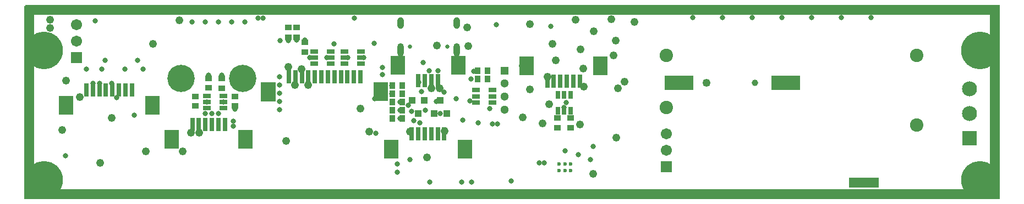
<source format=gbs>
G04*
G04 #@! TF.GenerationSoftware,Altium Limited,Altium Designer,22.9.1 (49)*
G04*
G04 Layer_Color=16711935*
%FSLAX25Y25*%
%MOIN*%
G70*
G04*
G04 #@! TF.SameCoordinates,3F8A9F32-4B6F-401C-BF37-4CBD66F0855C*
G04*
G04*
G04 #@! TF.FilePolarity,Negative*
G04*
G01*
G75*
%ADD59R,0.04343X0.03556*%
%ADD63R,0.03556X0.04343*%
%ADD75R,0.05131X0.03162*%
%ADD83R,0.03162X0.05131*%
%ADD84C,0.08123*%
%ADD85R,0.05118X0.05118*%
%ADD86C,0.05118*%
G04:AMPARAMS|DCode=87|XSize=39.37mil|YSize=70.87mil|CornerRadius=19.68mil|HoleSize=0mil|Usage=FLASHONLY|Rotation=180.000|XOffset=0mil|YOffset=0mil|HoleType=Round|Shape=RoundedRectangle|*
%AMROUNDEDRECTD87*
21,1,0.03937,0.03150,0,0,180.0*
21,1,0.00000,0.07087,0,0,180.0*
1,1,0.03937,0.00000,0.01575*
1,1,0.03937,0.00000,0.01575*
1,1,0.03937,0.00000,-0.01575*
1,1,0.03937,0.00000,-0.01575*
%
%ADD87ROUNDEDRECTD87*%
G04:AMPARAMS|DCode=88|XSize=39.37mil|YSize=82.68mil|CornerRadius=19.68mil|HoleSize=0mil|Usage=FLASHONLY|Rotation=180.000|XOffset=0mil|YOffset=0mil|HoleType=Round|Shape=RoundedRectangle|*
%AMROUNDEDRECTD88*
21,1,0.03937,0.04331,0,0,180.0*
21,1,0.00000,0.08268,0,0,180.0*
1,1,0.03937,0.00000,0.02165*
1,1,0.03937,0.00000,0.02165*
1,1,0.03937,0.00000,-0.02165*
1,1,0.03937,0.00000,-0.02165*
%
%ADD88ROUNDEDRECTD88*%
%ADD89C,0.02559*%
%ADD90C,0.06706*%
%ADD91R,0.06706X0.06706*%
%ADD92C,0.16548*%
%ADD93C,0.04921*%
%ADD94C,0.03937*%
%ADD95R,0.09068X0.09068*%
%ADD96C,0.09068*%
%ADD97C,0.03162*%
%ADD98C,0.04800*%
%ADD99C,0.02362*%
%ADD100C,0.22847*%
%ADD115R,0.17717X0.09055*%
%ADD117R,0.03162X0.08280*%
%ADD118R,0.09068X0.11824*%
%ADD119R,0.03950X0.04343*%
G36*
X694009Y137527D02*
X693991Y137509D01*
X103009D01*
Y254856D01*
X103471Y255047D01*
X103491Y255027D01*
X103698Y255527D01*
X694009D01*
Y137527D01*
D02*
G37*
%LPC*%
G36*
X687870Y249527D02*
X687852Y249509D01*
X109009D01*
Y143509D01*
X109027Y143527D01*
X687870D01*
Y249527D01*
D02*
G37*
%LPD*%
G36*
X255037Y208657D02*
X255088Y208647D01*
X255138Y208630D01*
X255185Y208607D01*
X255228Y208578D01*
X255268Y208543D01*
X255302Y208504D01*
X255331Y208460D01*
X255355Y208413D01*
X255371Y208364D01*
X255382Y208312D01*
X255385Y208260D01*
Y197236D01*
X255382Y197184D01*
X255371Y197133D01*
X255355Y197083D01*
X255331Y197036D01*
X255302Y196992D01*
X255268Y196953D01*
X255228Y196918D01*
X255185Y196889D01*
X255138Y196866D01*
X255088Y196849D01*
X255037Y196839D01*
X254984Y196835D01*
X246717D01*
X246664Y196839D01*
X246613Y196849D01*
X246563Y196866D01*
X246516Y196889D01*
X246473Y196918D01*
X246433Y196953D01*
X246398Y196992D01*
X246369Y197036D01*
X246346Y197083D01*
X246329Y197133D01*
X246319Y197184D01*
X246316Y197236D01*
Y208260D01*
X246319Y208312D01*
X246329Y208364D01*
X246346Y208413D01*
X246369Y208460D01*
X246398Y208504D01*
X246433Y208543D01*
X246473Y208578D01*
X246516Y208607D01*
X246563Y208630D01*
X246613Y208647D01*
X246664Y208657D01*
X246717Y208661D01*
X254984D01*
X255037Y208657D01*
D02*
G37*
G36*
X620700Y144500D02*
X602700D01*
Y150700D01*
X620700D01*
Y144500D01*
D02*
G37*
D59*
X222543Y210906D02*
D03*
X230500Y200000D02*
D03*
Y194095D02*
D03*
X222543Y205000D02*
D03*
X206500Y200000D02*
D03*
Y194095D02*
D03*
X214500Y205095D02*
D03*
Y211000D02*
D03*
X426000Y181047D02*
D03*
Y186953D02*
D03*
X434000Y181047D02*
D03*
Y186953D02*
D03*
X263000Y236047D02*
D03*
Y241953D02*
D03*
X268000Y236047D02*
D03*
Y241953D02*
D03*
X273000Y232953D02*
D03*
Y227047D02*
D03*
D63*
X331953Y191500D02*
D03*
X326047D02*
D03*
X377547Y210500D02*
D03*
X383453D02*
D03*
X377547Y215500D02*
D03*
X383453D02*
D03*
X326047Y201500D02*
D03*
X331953D02*
D03*
X326000Y206500D02*
D03*
X331906D02*
D03*
X331953Y196500D02*
D03*
X326047D02*
D03*
X331953Y186500D02*
D03*
X326047D02*
D03*
D75*
X213579Y200240D02*
D03*
Y196500D02*
D03*
Y192760D02*
D03*
X223421D02*
D03*
Y196500D02*
D03*
Y200240D02*
D03*
X386421Y196260D02*
D03*
Y200000D02*
D03*
Y203740D02*
D03*
X376579D02*
D03*
Y200000D02*
D03*
Y196260D02*
D03*
X278579Y227240D02*
D03*
Y223500D02*
D03*
Y219760D02*
D03*
X288421D02*
D03*
Y223500D02*
D03*
Y227240D02*
D03*
X306842Y219760D02*
D03*
Y223500D02*
D03*
Y227240D02*
D03*
X297000D02*
D03*
Y223500D02*
D03*
Y219760D02*
D03*
D83*
X426260Y191079D02*
D03*
X430000D02*
D03*
X433740D02*
D03*
Y200921D02*
D03*
X430000D02*
D03*
X426260D02*
D03*
D84*
X491925Y193327D02*
D03*
Y224823D02*
D03*
X643500Y182500D02*
D03*
Y224823D02*
D03*
D85*
X394000Y215622D02*
D03*
D86*
Y207748D02*
D03*
Y199874D02*
D03*
Y192000D02*
D03*
D87*
X365008Y244587D02*
D03*
X330992D02*
D03*
D88*
X365008Y228130D02*
D03*
X330992D02*
D03*
D89*
X359378Y230098D02*
D03*
X336622D02*
D03*
D90*
X134500Y243500D02*
D03*
Y233500D02*
D03*
X492000Y167264D02*
D03*
Y177264D02*
D03*
D91*
X134500Y223500D02*
D03*
X492000Y157264D02*
D03*
D92*
X235205Y211000D02*
D03*
X198000D02*
D03*
D93*
X516269Y208300D02*
D03*
D94*
X545600D02*
D03*
D95*
X675500Y174500D02*
D03*
D96*
Y189500D02*
D03*
Y204500D02*
D03*
D97*
X158914Y199154D02*
D03*
X145733Y246033D02*
D03*
X421833Y242633D02*
D03*
X503500Y207000D02*
D03*
X223421Y196500D02*
D03*
X230500Y192126D02*
D03*
X222543Y212874D02*
D03*
X214500Y212968D02*
D03*
X213579Y196500D02*
D03*
X290500Y232000D02*
D03*
X389000Y243500D02*
D03*
X316019Y177396D02*
D03*
X357319Y202500D02*
D03*
X354819Y189500D02*
D03*
X229500Y185000D02*
D03*
X336500Y161500D02*
D03*
X378000Y184000D02*
D03*
X368500Y185500D02*
D03*
X364500Y198500D02*
D03*
X373621Y210500D02*
D03*
X148500Y208000D02*
D03*
X144500D02*
D03*
X431333Y196333D02*
D03*
X315264Y198701D02*
D03*
X338882Y185316D02*
D03*
X257500Y202000D02*
D03*
Y212000D02*
D03*
X385000Y192500D02*
D03*
X446000Y161500D02*
D03*
X236451Y245181D02*
D03*
X204500D02*
D03*
X257500Y192000D02*
D03*
X330535Y191465D02*
D03*
X247458Y247542D02*
D03*
X314795Y232289D02*
D03*
X308500Y223500D02*
D03*
X418000Y159500D02*
D03*
X415000D02*
D03*
X386558Y183190D02*
D03*
X389420D02*
D03*
X375255Y215255D02*
D03*
X368000Y148000D02*
D03*
X398000Y148500D02*
D03*
X374000Y148000D02*
D03*
X508000Y248000D02*
D03*
X429785Y193209D02*
D03*
X228500Y245181D02*
D03*
X544000Y248000D02*
D03*
X526000D02*
D03*
X598000D02*
D03*
X616000D02*
D03*
X580000D02*
D03*
X562000D02*
D03*
X276000Y223500D02*
D03*
X152000Y222000D02*
D03*
X447500Y169500D02*
D03*
X438500Y164500D02*
D03*
X430500Y167000D02*
D03*
X342500Y183819D02*
D03*
X330500Y186500D02*
D03*
X335652Y194652D02*
D03*
X337500Y191000D02*
D03*
X348458Y147958D02*
D03*
X257500Y207000D02*
D03*
Y197000D02*
D03*
X220500Y245181D02*
D03*
X212500D02*
D03*
X212626Y189500D02*
D03*
X216563D02*
D03*
X220500D02*
D03*
X128000Y164000D02*
D03*
X156000Y208000D02*
D03*
X258000Y234000D02*
D03*
X229500Y181862D02*
D03*
X244415Y247543D02*
D03*
X329000Y154000D02*
D03*
Y159000D02*
D03*
X352500Y197000D02*
D03*
X346000Y191500D02*
D03*
X343500Y203000D02*
D03*
X342000Y208500D02*
D03*
X330500Y196500D02*
D03*
X372732Y197193D02*
D03*
X320000Y217500D02*
D03*
Y213181D02*
D03*
X169500Y188500D02*
D03*
X286181Y223500D02*
D03*
X299000D02*
D03*
X344500Y220500D02*
D03*
X325500Y206500D02*
D03*
X353500Y215500D02*
D03*
X348095D02*
D03*
X175000Y216500D02*
D03*
X140500D02*
D03*
X150000D02*
D03*
X164000D02*
D03*
X268000Y234181D02*
D03*
X263000Y234000D02*
D03*
X273000Y234181D02*
D03*
X325500Y201500D02*
D03*
X303000Y247500D02*
D03*
X171500Y222000D02*
D03*
D98*
X409200Y204300D02*
D03*
X204000Y177818D02*
D03*
X208918D02*
D03*
X136500Y199500D02*
D03*
X353000Y231000D02*
D03*
X261500Y173000D02*
D03*
X181000Y232000D02*
D03*
X149000Y159500D02*
D03*
X176500Y166500D02*
D03*
X440000Y228500D02*
D03*
X372000Y230500D02*
D03*
X371275Y241725D02*
D03*
X425000Y222000D02*
D03*
X409243Y243743D02*
D03*
X461500Y175000D02*
D03*
X439500Y183000D02*
D03*
X417000Y183500D02*
D03*
X404916Y187119D02*
D03*
X421000Y195169D02*
D03*
X311997Y178500D02*
D03*
X357500Y179000D02*
D03*
X199000Y166500D02*
D03*
X405044Y218500D02*
D03*
X271000Y216500D02*
D03*
X441500Y217000D02*
D03*
X420047Y212000D02*
D03*
X306500Y192500D02*
D03*
X336500Y178500D02*
D03*
X263000Y218000D02*
D03*
X267000Y207000D02*
D03*
X275000D02*
D03*
X354500Y205000D02*
D03*
X349500D02*
D03*
X472423Y245107D02*
D03*
X347000Y163000D02*
D03*
X462500Y205000D02*
D03*
X466500Y209000D02*
D03*
X442000Y206000D02*
D03*
X461383Y233883D02*
D03*
X460000Y225000D02*
D03*
X458500Y247000D02*
D03*
X436923Y246666D02*
D03*
X126000Y179500D02*
D03*
X128268Y209693D02*
D03*
X447661Y153054D02*
D03*
X423000Y232000D02*
D03*
X118500Y246500D02*
D03*
X156000Y187000D02*
D03*
X196918Y246318D02*
D03*
X448000Y239500D02*
D03*
X118500Y241500D02*
D03*
D99*
X426957Y155032D02*
D03*
X430500D02*
D03*
X434043D02*
D03*
X426957Y158968D02*
D03*
X430500D02*
D03*
X434043D02*
D03*
D100*
X114811Y228051D02*
D03*
X681740Y149311D02*
D03*
Y228051D02*
D03*
X114811Y149311D02*
D03*
D115*
X499537Y208300D02*
D03*
X564104D02*
D03*
D117*
X279000Y212000D02*
D03*
X286874D02*
D03*
X298685D02*
D03*
X267189D02*
D03*
X306559D02*
D03*
X263252D02*
D03*
X302622D02*
D03*
X294748D02*
D03*
X290811D02*
D03*
X271126D02*
D03*
X275063D02*
D03*
X282937D02*
D03*
X341626Y209500D02*
D03*
X353437D02*
D03*
X349500D02*
D03*
X345563D02*
D03*
X349468Y177126D02*
D03*
X341595D02*
D03*
X357343D02*
D03*
X337657D02*
D03*
X353405D02*
D03*
X345532D02*
D03*
X148413Y203752D02*
D03*
X152350D02*
D03*
X156287D02*
D03*
X164161D02*
D03*
X140539D02*
D03*
X168098D02*
D03*
X144476D02*
D03*
X160224D02*
D03*
X427665Y209248D02*
D03*
X435539D02*
D03*
X419791D02*
D03*
X439476D02*
D03*
X423728D02*
D03*
X431602D02*
D03*
X216563Y183000D02*
D03*
X208689D02*
D03*
X224437D02*
D03*
X204752D02*
D03*
X220500D02*
D03*
X212626D02*
D03*
D118*
X250850Y202748D02*
D03*
X318961D02*
D03*
X365839Y218752D02*
D03*
X329224D02*
D03*
X325256Y167874D02*
D03*
X369744D02*
D03*
X180500Y194500D02*
D03*
X128138D02*
D03*
X451878Y218500D02*
D03*
X407390D02*
D03*
X192350Y173748D02*
D03*
X236839D02*
D03*
D119*
X355000Y197500D02*
D03*
X351260Y189626D02*
D03*
X358740D02*
D03*
X341500Y189563D02*
D03*
X345240Y197437D02*
D03*
X337760D02*
D03*
M02*

</source>
